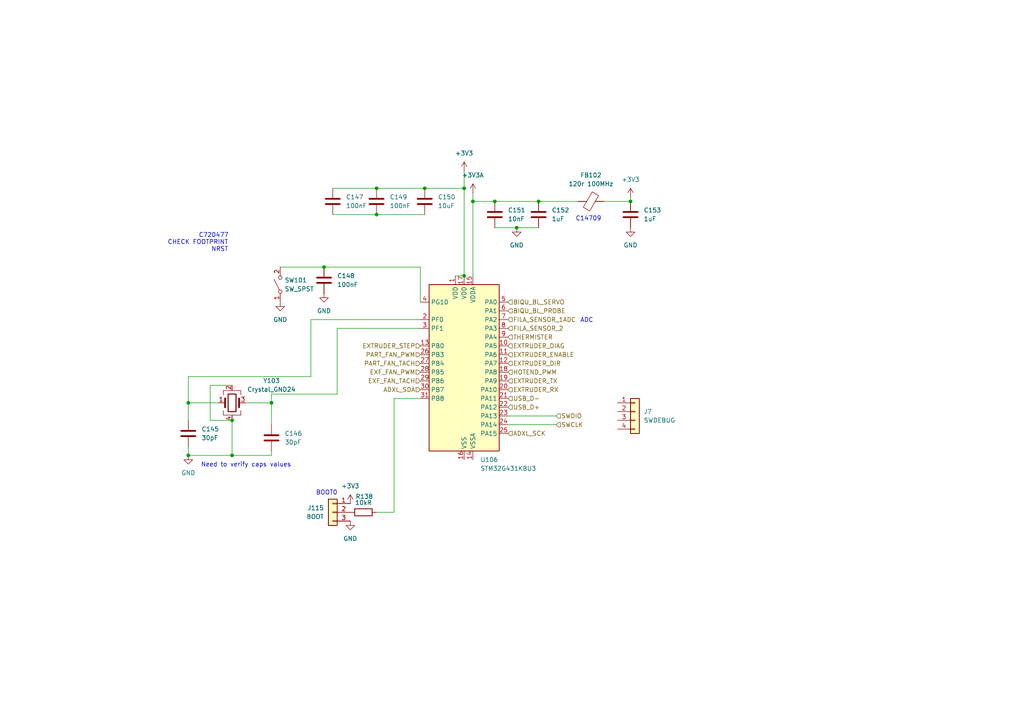
<source format=kicad_sch>
(kicad_sch (version 20250114) (generator "eeschema") (generator_version "9.0")
  (paper "A4")
  (lib_symbols
    (symbol "Connector_Generic:Conn_01x03" (pin_names (offset 1.016) (hide yes))
      (property "Reference" "J" (at 0 5.08 0))
      (property "Value" "Conn_01x03" (at 0 -5.08 0))
      (symbol "Conn_01x03_1_1"
        (rectangle (start -1.27 3.81) (end 1.27 -3.81) (stroke (width 0.254)) (fill (type background)))
        (rectangle (start -1.27 2.667) (end 0 2.413) (stroke (width 0.1524)))
        (rectangle (start -1.27 0.127) (end 0 -0.127) (stroke (width 0.1524)))
        (rectangle (start -1.27 -2.413) (end 0 -2.667) (stroke (width 0.1524)))
        (pin passive line (at -5.08 2.54 0) (length 3.81) (name "Pin_1") (number "1"))
        (pin passive line (at -5.08 0 0) (length 3.81) (name "Pin_2") (number "2"))
        (pin passive line (at -5.08 -2.54 0) (length 3.81) (name "Pin_3") (number "3"))
      )
    )
    (symbol "Connector_Generic:Conn_01x04" (pin_names (offset 1.016) (hide yes))
      (property "Reference" "J" (at 0 5.08 0))
      (property "Value" "Conn_01x04" (at 0 -7.62 0))
      (symbol "Conn_01x04_1_1"
        (rectangle (start -1.27 3.81) (end 1.27 -6.35) (stroke (width 0.254)) (fill (type background)))
        (rectangle (start -1.27 2.667) (end 0 2.413) (stroke (width 0.1524)))
        (rectangle (start -1.27 0.127) (end 0 -0.127) (stroke (width 0.1524)))
        (rectangle (start -1.27 -2.413) (end 0 -2.667) (stroke (width 0.1524)))
        (rectangle (start -1.27 -4.953) (end 0 -5.207) (stroke (width 0.1524)))
        (pin passive line (at -5.08 2.54 0) (length 3.81) (name "Pin_1") (number "1"))
        (pin passive line (at -5.08 0 0) (length 3.81) (name "Pin_2") (number "2"))
        (pin passive line (at -5.08 -2.54 0) (length 3.81) (name "Pin_3") (number "3"))
        (pin passive line (at -5.08 -5.08 0) (length 3.81) (name "Pin_4") (number "4"))
      )
    )
    (symbol "Device:C" (pin_numbers (hide yes)) (pin_names (offset 0.254))
      (property "Reference" "C" (at 0.635 2.54 0))
      (property "Value" "C" (at 0.635 -2.54 0))
      (symbol "C_0_1"
        (polyline (pts (xy -2.032 0.762) (xy 2.032 0.762)) (stroke (width 0.508)))
        (polyline (pts (xy -2.032 -0.762) (xy 2.032 -0.762)) (stroke (width 0.508)))
      )
      (symbol "C_1_1"
        (pin passive line (at 0 3.81 270) (length 2.794) (name "~") (number "1"))
        (pin passive line (at 0 -3.81 90) (length 2.794) (name "~") (number "2"))
      )
    )
    (symbol "Device:Crystal_GND24" (pin_names (offset 1.016) (hide yes))
      (property "Reference" "Y" (at 3.175 5.08 0))
      (property "Value" "Crystal_GND24" (at 3.175 3.175 0))
      (symbol "Crystal_GND24_0_1"
        (polyline (pts (xy -2.54 2.286) (xy -2.54 3.556) (xy 2.54 3.556) (xy 2.54 2.286)))
        (polyline (pts (xy -2.54 0) (xy -2.032 0)))
        (polyline (pts (xy -2.54 -2.286) (xy -2.54 -3.556) (xy 2.54 -3.556) (xy 2.54 -2.286)))
        (polyline (pts (xy -2.032 -1.27) (xy -2.032 1.27)) (stroke (width 0.508)))
        (rectangle (start -1.143 2.54) (end 1.143 -2.54) (stroke (width 0.3048)))
        (polyline (pts (xy 0 3.556) (xy 0 3.81)))
        (polyline (pts (xy 0 -3.81) (xy 0 -3.556)))
        (polyline (pts (xy 2.032 0) (xy 2.54 0)))
        (polyline (pts (xy 2.032 -1.27) (xy 2.032 1.27)) (stroke (width 0.508)))
      )
      (symbol "Crystal_GND24_1_1"
        (pin passive line (at -3.81 0 0) (length 1.27) (name "1") (number "1"))
        (pin passive line (at 0 5.08 270) (length 1.27) (name "2") (number "2"))
        (pin passive line (at 0 -5.08 90) (length 1.27) (name "4") (number "4"))
        (pin passive line (at 3.81 0 180) (length 1.27) (name "3") (number "3"))
      )
    )
    (symbol "Device:FerriteBead" (pin_numbers (hide yes)) (pin_names (offset 0))
      (property "Reference" "FB" (at -3.81 0.635 90))
      (property "Value" "FerriteBead" (at 3.81 0 90))
      (symbol "FerriteBead_0_1"
        (polyline (pts (xy -2.7686 0.4064) (xy -1.7018 2.2606) (xy 2.7686 -0.3048) (xy 1.6764 -2.159) (xy -2.7686 0.4064)))
        (polyline (pts (xy 0 1.27) (xy 0 1.2954)))
        (polyline (pts (xy 0 -1.27) (xy 0 -1.2192)))
      )
      (symbol "FerriteBead_1_1"
        (pin passive line (at 0 3.81 270) (length 2.54) (name "~") (number "1"))
        (pin passive line (at 0 -3.81 90) (length 2.54) (name "~") (number "2"))
      )
    )
    (symbol "Device:R" (pin_numbers (hide yes)) (pin_names (offset 0))
      (property "Reference" "R" (at 2.032 0 90))
      (property "Value" "R" (at 0 0 90))
      (symbol "R_0_1"
        (rectangle (start -1.016 -2.54) (end 1.016 2.54) (stroke (width 0.254)))
      )
      (symbol "R_1_1"
        (pin passive line (at 0 3.81 270) (length 1.27) (name "~") (number "1"))
        (pin passive line (at 0 -3.81 90) (length 1.27) (name "~") (number "2"))
      )
    )
    (symbol "MCU_ST_STM32G4:STM32G431KBUx"
      (property "Reference" "U" (at -10.16 26.67 0))
      (property "Value" "STM32G431KBUx" (at 5.08 26.67 0))
      (symbol "STM32G431KBUx_0_1"
        (rectangle (start -10.16 -22.86) (end 10.16 25.4) (stroke (width 0.254)) (fill (type background)))
      )
      (symbol "STM32G431KBUx_1_1"
        (pin bidirectional line (at -12.7 20.32 0) (length 2.54) (name "PG10") (number "4"))
        (pin bidirectional line (at -12.7 15.24 0) (length 2.54) (name "PF0") (number "2"))
        (pin bidirectional line (at -12.7 12.7 0) (length 2.54) (name "PF1") (number "3"))
        (pin bidirectional line (at -12.7 7.62 0) (length 2.54) (name "PB0") (number "13"))
        (pin bidirectional line (at -12.7 5.08 0) (length 2.54) (name "PB3") (number "26"))
        (pin bidirectional line (at -12.7 2.54 0) (length 2.54) (name "PB4") (number "27"))
        (pin bidirectional line (at -12.7 0 0) (length 2.54) (name "PB5") (number "28"))
        (pin bidirectional line (at -12.7 -2.54 0) (length 2.54) (name "PB6") (number "29"))
        (pin bidirectional line (at -12.7 -5.08 0) (length 2.54) (name "PB7") (number "30"))
        (pin bidirectional line (at -12.7 -7.62 0) (length 2.54) (name "PB8") (number "31"))
        (pin power_in line (at -2.54 27.94 270) (length 2.54) (name "VDD") (number "1"))
        (pin power_in line (at 0 27.94 270) (length 2.54) (name "VDD") (number "17"))
        (pin power_in line (at 0 -25.4 90) (length 2.54) (name "VSS") (number "16"))
        (pin passive line (at 0 -25.4 90) (length 2.54) (hide yes) (name "VSS") (number "32"))
        (pin passive line (at 0 -25.4 90) (length 2.54) (hide yes) (name "VSS") (number "33"))
        (pin power_in line (at 2.54 27.94 270) (length 2.54) (name "VDDA") (number "15"))
        (pin power_in line (at 2.54 -25.4 90) (length 2.54) (name "VSSA") (number "14"))
        (pin bidirectional line (at 12.7 20.32 180) (length 2.54) (name "PA0") (number "5"))
        (pin bidirectional line (at 12.7 17.78 180) (length 2.54) (name "PA1") (number "6"))
        (pin bidirectional line (at 12.7 15.24 180) (length 2.54) (name "PA2") (number "7"))
        (pin bidirectional line (at 12.7 12.7 180) (length 2.54) (name "PA3") (number "8"))
        (pin bidirectional line (at 12.7 10.16 180) (length 2.54) (name "PA4") (number "9"))
        (pin bidirectional line (at 12.7 7.62 180) (length 2.54) (name "PA5") (number "10"))
        (pin bidirectional line (at 12.7 5.08 180) (length 2.54) (name "PA6") (number "11"))
        (pin bidirectional line (at 12.7 2.54 180) (length 2.54) (name "PA7") (number "12"))
        (pin bidirectional line (at 12.7 0 180) (length 2.54) (name "PA8") (number "18"))
        (pin bidirectional line (at 12.7 -2.54 180) (length 2.54) (name "PA9") (number "19"))
        (pin bidirectional line (at 12.7 -5.08 180) (length 2.54) (name "PA10") (number "20"))
        (pin bidirectional line (at 12.7 -7.62 180) (length 2.54) (name "PA11") (number "21"))
        (pin bidirectional line (at 12.7 -10.16 180) (length 2.54) (name "PA12") (number "22"))
        (pin bidirectional line (at 12.7 -12.7 180) (length 2.54) (name "PA13") (number "23"))
        (pin bidirectional line (at 12.7 -15.24 180) (length 2.54) (name "PA14") (number "24"))
        (pin bidirectional line (at 12.7 -17.78 180) (length 2.54) (name "PA15") (number "25"))
      )
    )
    (symbol "Switch:SW_SPST" (pin_names (offset 0) (hide yes))
      (property "Reference" "SW" (at 0 3.175 0))
      (property "Value" "SW_SPST" (at 0 -2.54 0))
      (symbol "SW_SPST_0_0"
        (circle (center -2.032 0) (radius 0.508))
        (polyline (pts (xy -1.524 0.254) (xy 1.524 1.778)))
        (circle (center 2.032 0) (radius 0.508))
      )
      (symbol "SW_SPST_1_1"
        (pin passive line (at -5.08 0 0) (length 2.54) (name "A") (number "1"))
        (pin passive line (at 5.08 0 180) (length 2.54) (name "B") (number "2"))
      )
    )
    (symbol "power:+3V3" (power) (pin_numbers (hide yes)) (pin_names (offset 0) (hide yes))
      (property "Value" "+3V3" (at 0 3.556 0))
      (symbol "+3V3_0_1"
        (polyline (pts (xy -0.762 1.27) (xy 0 2.54)))
        (polyline (pts (xy 0 2.54) (xy 0.762 1.27)))
        (polyline (pts (xy 0 0) (xy 0 2.54)))
      )
      (symbol "+3V3_1_1"
        (pin power_in line (at 0 0 90) (length 0) (name "~") (number "1"))
      )
    )
    (symbol "power:GND" (power) (pin_numbers (hide yes)) (pin_names (offset 0) (hide yes))
      (property "Value" "GND" (at 0 -3.81 0))
      (symbol "GND_0_1"
        (polyline (pts (xy 0 0) (xy 0 -1.27) (xy 1.27 -1.27) (xy 0 -2.54) (xy -1.27 -1.27) (xy 0 -1.27)))
      )
      (symbol "GND_1_1"
        (pin power_in line (at 0 0 270) (length 0) (name "~") (number "1"))
      )
    )
  )
  (text "C720477" (at 61.976 68.326 0) (effects (font (size 1.27 1.27))))
  (text "C14709" (at 170.688 63.5 0) (effects (font (size 1.27 1.27))))
  (text "BOOT0" (at 94.742 143.002 0) (effects (font (size 1.27 1.27))))
  (text "NRST" (at 63.754 72.39 0) (effects (font (size 1.27 1.27))))
  (text "Need to verify caps values\n" (at 71.374 134.874 0) (effects (font (size 1.27 1.27))))
  (text "CHECK FOOTPRINT" (at 57.404 70.358 0) (effects (font (size 1.27 1.27))))
  (text "ADC" (at 170.18 92.964 0) (effects (font (size 1.27 1.27))))
  (junction (at 149.86 66.04))
  (junction (at 143.51 58.42))
  (junction (at 54.61 116.84))
  (junction (at 93.98 77.47))
  (junction (at 134.62 54.61))
  (junction (at 78.74 116.84))
  (junction (at 134.62 80.01))
  (junction (at 54.61 132.08))
  (junction (at 109.22 54.61))
  (junction (at 109.22 62.23))
  (junction (at 67.31 121.92))
  (junction (at 156.21 58.42))
  (junction (at 137.16 58.42))
  (junction (at 123.19 54.61))
  (junction (at 67.31 132.08))
  (junction (at 182.88 58.42))
  (wire (pts (xy 109.22 62.23) (xy 123.19 62.23)))
  (wire (pts (xy 134.62 54.61) (xy 134.62 80.01)))
  (wire (pts (xy 137.16 58.42) (xy 143.51 58.42)))
  (wire (pts (xy 109.22 54.61) (xy 123.19 54.61)))
  (wire (pts (xy 78.74 114.3) (xy 78.74 116.84)))
  (wire (pts (xy 90.17 109.22) (xy 54.61 109.22)))
  (wire (pts (xy 114.3 115.57) (xy 114.3 148.59)))
  (wire (pts (xy 54.61 132.08) (xy 67.31 132.08)))
  (wire (pts (xy 54.61 121.92) (xy 54.61 116.84)))
  (wire (pts (xy 78.74 114.3) (xy 97.79 114.3)))
  (wire (pts (xy 143.51 58.42) (xy 156.21 58.42)))
  (wire (pts (xy 97.79 114.3) (xy 97.79 95.25)))
  (wire (pts (xy 90.17 109.22) (xy 90.17 92.71)))
  (wire (pts (xy 54.61 109.22) (xy 54.61 116.84)))
  (wire (pts (xy 132.08 80.01) (xy 134.62 80.01)))
  (wire (pts (xy 54.61 129.54) (xy 54.61 132.08)))
  (wire (pts (xy 71.12 116.84) (xy 78.74 116.84)))
  (wire (pts (xy 134.62 49.53) (xy 134.62 54.61)))
  (wire (pts (xy 60.96 111.76) (xy 60.96 121.92)))
  (wire (pts (xy 149.86 66.04) (xy 156.21 66.04)))
  (wire (pts (xy 182.88 57.15) (xy 182.88 58.42)))
  (wire (pts (xy 67.31 132.08) (xy 78.74 132.08)))
  (wire (pts (xy 96.52 54.61) (xy 109.22 54.61)))
  (wire (pts (xy 78.74 123.19) (xy 78.74 116.84)))
  (wire (pts (xy 121.92 77.47) (xy 121.92 87.63)))
  (wire (pts (xy 96.52 62.23) (xy 109.22 62.23)))
  (wire (pts (xy 54.61 116.84) (xy 63.5 116.84)))
  (wire (pts (xy 81.28 77.47) (xy 93.98 77.47)))
  (wire (pts (xy 90.17 92.71) (xy 121.92 92.71)))
  (wire (pts (xy 67.31 121.92) (xy 67.31 132.08)))
  (wire (pts (xy 137.16 58.42) (xy 137.16 80.01)))
  (wire (pts (xy 161.29 123.19) (xy 147.32 123.19)))
  (wire (pts (xy 175.26 58.42) (xy 182.88 58.42)))
  (wire (pts (xy 123.19 54.61) (xy 134.62 54.61)))
  (wire (pts (xy 114.3 115.57) (xy 121.92 115.57)))
  (wire (pts (xy 78.74 132.08) (xy 78.74 130.81)))
  (wire (pts (xy 143.51 66.04) (xy 149.86 66.04)))
  (wire (pts (xy 67.31 111.76) (xy 60.96 111.76)))
  (wire (pts (xy 137.16 55.88) (xy 137.16 58.42)))
  (wire (pts (xy 97.79 95.25) (xy 121.92 95.25)))
  (wire (pts (xy 114.3 148.59) (xy 109.22 148.59)))
  (wire (pts (xy 60.96 121.92) (xy 67.31 121.92)))
  (wire (pts (xy 161.29 120.65) (xy 147.32 120.65)))
  (wire (pts (xy 93.98 77.47) (xy 121.92 77.47)))
  (wire (pts (xy 156.21 58.42) (xy 167.64 58.42)))
  (hierarchical_label "EXTRUDER_STEP" (shape input) (at 121.92 100.33 180))
  (hierarchical_label "ADXL_SDA" (shape input) (at 121.92 113.03 180))
  (hierarchical_label "EXF_FAN_PWM" (shape input) (at 121.92 107.95 180))
  (hierarchical_label "USB_D+" (shape input) (at 147.32 118.11 0))
  (hierarchical_label "EXTRUDER_DIR" (shape input) (at 147.32 105.41 0))
  (hierarchical_label "USB_D-" (shape input) (at 147.32 115.57 0))
  (hierarchical_label "EXF_FAN_TACH" (shape input) (at 121.92 110.49 180))
  (hierarchical_label "EXTRUDER_RX" (shape input) (at 147.32 113.03 0))
  (hierarchical_label "BIQU_BL_SERVO" (shape input) (at 147.32 87.63 0))
  (hierarchical_label "FILA_SENSOR_2" (shape input) (at 147.32 95.25 0))
  (hierarchical_label "BIQU_BL_PROBE" (shape input) (at 147.32 90.17 0))
  (hierarchical_label "EXTRUDER_ENABLE" (shape input) (at 147.32 102.87 0))
  (hierarchical_label "PART_FAN_PWM" (shape input) (at 121.92 102.87 180))
  (hierarchical_label "EXTRUDER_DIAG" (shape input) (at 147.32 100.33 0))
  (hierarchical_label "THERMISTER" (shape input) (at 147.32 97.79 0))
  (hierarchical_label "EXTRUDER_TX" (shape input) (at 147.32 110.49 0))
  (hierarchical_label "SWCLK" (shape input) (at 161.29 123.19 0))
  (hierarchical_label "FILA_SENSOR_1ADC" (shape input) (at 147.32 92.71 0))
  (hierarchical_label "HOTEND_PWM" (shape input) (at 147.32 107.95 0))
  (hierarchical_label "SWDIO" (shape input) (at 161.29 120.65 0))
  (hierarchical_label "PART_FAN_TACH" (shape input) (at 121.92 105.41 180))
  (hierarchical_label "ADXL_SCK" (shape input) (at 147.32 125.73 0))
  (symbol (lib_id "Connector_Generic:Conn_01x04") (at 184.15 119.38 0) (unit 1)
    (property "Reference" "J7" (at 186.69 119.3799 0) (effects (justify left)))
    (property "Value" "SWDEBUG" (at 186.69 121.9199 0) (effects (justify left)))
    (property "Description" "Generic connector, single row, 01x04, script generated (kicad-library-utils/schlib/autogen/connector/)" (effects (hide yes)))
  )
  (symbol (lib_id "Device:C") (at 123.19 58.42 0) (unit 1)
    (property "Reference" "C150" (at 127 57.1499 0) (effects (justify left)))
    (property "Value" "10uF" (at 127 59.6899 0) (effects (justify left)))
    (property "Footprint" "Capacitor_SMD:C_0603_1608Metric" (effects (hide yes)))
    (property "Description" "Unpolarized capacitor" (effects (hide yes)))
  )
  (symbol (lib_id "Device:C") (at 182.88 62.23 0) (unit 1)
    (property "Reference" "C153" (at 186.69 60.9599 0) (effects (justify left)))
    (property "Value" "1uF" (at 186.69 63.4999 0) (effects (justify left)))
    (property "Footprint" "Capacitor_SMD:C_0201_0603Metric" (effects (hide yes)))
    (property "Description" "Unpolarized capacitor" (effects (hide yes)))
  )
  (symbol (lib_id "power:+3V3") (at 182.88 57.15 0) (unit 1)
    (property "Reference" "#PWR0194" (effects (hide yes)))
    (property "Value" "+3V3" (at 182.88 52.07 0))
    (property "Description" "Power symbol creates a global label with name \"+3V3\"" (effects (hide yes)))
  )
  (symbol (lib_id "Device:C") (at 54.61 125.73 0) (unit 1)
    (property "Reference" "C145" (at 58.42 124.4599 0) (effects (justify left)))
    (property "Value" "30pF" (at 58.42 126.9999 0) (effects (justify left)))
    (property "Footprint" "Capacitor_SMD:C_0402_1005Metric" (effects (hide yes)))
    (property "Description" "Unpolarized capacitor" (effects (hide yes)))
  )
  (symbol (lib_id "Switch:SW_SPST") (at 81.28 82.55 90) (unit 1)
    (property "Reference" "SW101" (at 82.55 81.2799 90) (effects (justify right)))
    (property "Value" "SW_SPST" (at 82.55 83.8199 90) (effects (justify right)))
    (property "Footprint" "A1KLibrary:A Stupid Button" (effects (hide yes)))
    (property "Description" "Single Pole Single Throw (SPST) switch" (effects (hide yes)))
  )
  (symbol (lib_id "Device:C") (at 93.98 81.28 0) (unit 1)
    (property "Reference" "C148" (at 97.79 80.0099 0) (effects (justify left)))
    (property "Value" "100nF" (at 97.79 82.5499 0) (effects (justify left)))
    (property "Footprint" "Capacitor_SMD:C_0402_1005Metric" (effects (hide yes)))
    (property "Description" "Unpolarized capacitor" (effects (hide yes)))
  )
  (symbol (lib_id "Device:C") (at 96.52 58.42 0) (unit 1)
    (property "Reference" "C147" (at 100.33 57.1499 0) (effects (justify left)))
    (property "Value" "100nF" (at 100.33 59.6899 0) (effects (justify left)))
    (property "Footprint" "Capacitor_SMD:C_0402_1005Metric" (effects (hide yes)))
    (property "Description" "Unpolarized capacitor" (effects (hide yes)))
  )
  (symbol (lib_id "power:+3V3") (at 137.16 55.88 0) (unit 1)
    (property "Reference" "#PWR0192" (effects (hide yes)))
    (property "Value" "+3V3A" (at 137.16 50.8 0))
    (property "Description" "Power symbol creates a global label with name \"+3V3\"" (effects (hide yes)))
  )
  (symbol (lib_id "power:+3V3") (at 101.6 146.05 0) (unit 1)
    (property "Reference" "#PWR0189" (effects (hide yes)))
    (property "Value" "+3V3" (at 101.6 140.97 0))
    (property "Description" "Power symbol creates a global label with name \"+3V3\"" (effects (hide yes)))
  )
  (symbol (lib_id "Device:C") (at 143.51 62.23 0) (unit 1)
    (property "Reference" "C151" (at 147.32 60.96 0) (effects (justify left)))
    (property "Value" "10nF" (at 147.32 63.4999 0) (effects (justify left)))
    (property "Footprint" "Capacitor_SMD:C_0402_1005Metric" (effects (hide yes)))
    (property "Description" "Unpolarized capacitor" (effects (hide yes)))
  )
  (symbol (lib_id "power:GND") (at 54.61 132.08 0) (unit 1)
    (property "Reference" "#PWR0187" (effects (hide yes)))
    (property "Value" "GND" (at 54.61 137.16 0))
    (property "Description" "Power symbol creates a global label with name \"GND\" , ground" (effects (hide yes)))
  )
  (symbol (lib_id "power:GND") (at 101.6 151.13 0) (unit 1)
    (property "Reference" "#PWR0190" (effects (hide yes)))
    (property "Value" "GND" (at 101.6 156.21 0))
    (property "Description" "Power symbol creates a global label with name \"GND\" , ground" (effects (hide yes)))
  )
  (symbol (lib_id "power:GND") (at 81.28 87.63 0) (unit 1)
    (property "Reference" "#PWR0196" (effects (hide yes)))
    (property "Value" "GND" (at 81.28 92.71 0))
    (property "Description" "Power symbol creates a global label with name \"GND\" , ground" (effects (hide yes)))
  )
  (symbol (lib_id "Device:C") (at 109.22 58.42 0) (unit 1)
    (property "Reference" "C149" (at 113.03 57.1499 0) (effects (justify left)))
    (property "Value" "100nF" (at 113.03 59.6899 0) (effects (justify left)))
    (property "Footprint" "Capacitor_SMD:C_0402_1005Metric" (effects (hide yes)))
    (property "Description" "Unpolarized capacitor" (effects (hide yes)))
  )
  (symbol (lib_id "Device:R") (at 105.41 148.59 90) (unit 1)
    (property "Reference" "R138" (at 105.664 144.018 90))
    (property "Value" "10kR" (at 105.41 145.796 90))
    (property "Footprint" "Resistor_SMD:R_0402_1005Metric" (effects (hide yes)))
    (property "Description" "Resistor" (effects (hide yes)))
  )
  (symbol (lib_id "power:GND") (at 182.88 66.04 0) (unit 1)
    (property "Reference" "#PWR0195" (effects (hide yes)))
    (property "Value" "GND" (at 182.88 71.12 0))
    (property "Description" "Power symbol creates a global label with name \"GND\" , ground" (effects (hide yes)))
  )
  (symbol (lib_id "Device:FerriteBead") (at 171.45 58.42 90) (unit 1)
    (property "Reference" "FB102" (at 171.3992 50.8 90))
    (property "Value" "120r 100MHz" (at 171.3992 53.34 90))
    (property "Footprint" "Capacitor_SMD:C_0603_1608Metric" (effects (hide yes)))
    (property "Description" "Ferrite bead" (effects (hide yes)))
  )
  (symbol (lib_id "Device:Crystal_GND24") (at 67.31 116.84 0) (unit 1)
    (property "Reference" "Y103" (at 78.74 110.4198 0))
    (property "Value" "Crystal_GND24" (at 78.74 112.9598 0))
    (property "Footprint" "Crystal:Crystal_SMD_3225-4Pin_3.2x2.5mm" (effects (hide yes)))
    (property "Description" "Four pin crystal, GND on pins 2 and 4" (effects (hide yes)))
  )
  (symbol (lib_id "Connector_Generic:Conn_01x03") (at 96.52 148.59 0) (mirror y) (unit 1)
    (property "Reference" "J115" (at 93.98 147.3199 0) (effects (justify left)))
    (property "Value" "BOOT" (at 93.98 149.8599 0) (effects (justify left)))
    (property "Footprint" "Connector_PinHeader_2.54mm:PinHeader_1x03_P2.54mm_Vertical" (effects (hide yes)))
    (property "Description" "Generic connector, single row, 01x03, script generated (kicad-library-utils/schlib/autogen/connector/)" (effects (hide yes)))
  )
  (symbol (lib_id "power:+3V3") (at 134.62 49.53 0) (unit 1)
    (property "Reference" "#PWR0191" (effects (hide yes)))
    (property "Value" "+3V3" (at 134.62 44.45 0))
    (property "Description" "Power symbol creates a global label with name \"+3V3\"" (effects (hide yes)))
  )
  (symbol (lib_id "power:GND") (at 149.86 66.04 0) (unit 1)
    (property "Reference" "#PWR0193" (effects (hide yes)))
    (property "Value" "GND" (at 149.86 71.12 0))
    (property "Description" "Power symbol creates a global label with name \"GND\" , ground" (effects (hide yes)))
  )
  (symbol (lib_id "MCU_ST_STM32G4:STM32G431KBUx") (at 134.62 107.95 0) (unit 1)
    (property "Reference" "U106" (at 139.3033 133.35 0) (effects (justify left)))
    (property "Value" "STM32G431KBU3" (at 139.3033 135.89 0) (effects (justify left)))
    (property "Footprint" "Package_DFN_QFN:QFN-32-1EP_5x5mm_P0.5mm_EP3.45x3.45mm" (effects (hide yes)))
    (property "Datasheet" "https://www.st.com/resource/en/datasheet/stm32g431kb.pdf" (effects (hide yes)))
    (property "Description" "STMicroelectronics Arm Cortex-M4 MCU, 128KB flash, 32KB RAM, 170 MHz, 1.71-3.6V, 26 GPIO, UFQFPN32" (effects (hide yes)))
  )
  (symbol (lib_id "Device:C") (at 78.74 127 0) (unit 1)
    (property "Reference" "C146" (at 82.55 125.7299 0) (effects (justify left)))
    (property "Value" "30pF" (at 82.55 128.2699 0) (effects (justify left)))
    (property "Footprint" "Capacitor_SMD:C_0402_1005Metric" (effects (hide yes)))
    (property "Description" "Unpolarized capacitor" (effects (hide yes)))
  )
  (symbol (lib_id "power:GND") (at 93.98 85.09 0) (unit 1)
    (property "Reference" "#PWR0188" (effects (hide yes)))
    (property "Value" "GND" (at 93.98 90.17 0))
    (property "Description" "Power symbol creates a global label with name \"GND\" , ground" (effects (hide yes)))
  )
  (symbol (lib_id "Device:C") (at 156.21 62.23 0) (unit 1)
    (property "Reference" "C152" (at 160.02 60.9599 0) (effects (justify left)))
    (property "Value" "1uF" (at 160.02 63.4999 0) (effects (justify left)))
    (property "Footprint" "Capacitor_SMD:C_0201_0603Metric" (effects (hide yes)))
    (property "Description" "Unpolarized capacitor" (effects (hide yes)))
  )
)
</source>
